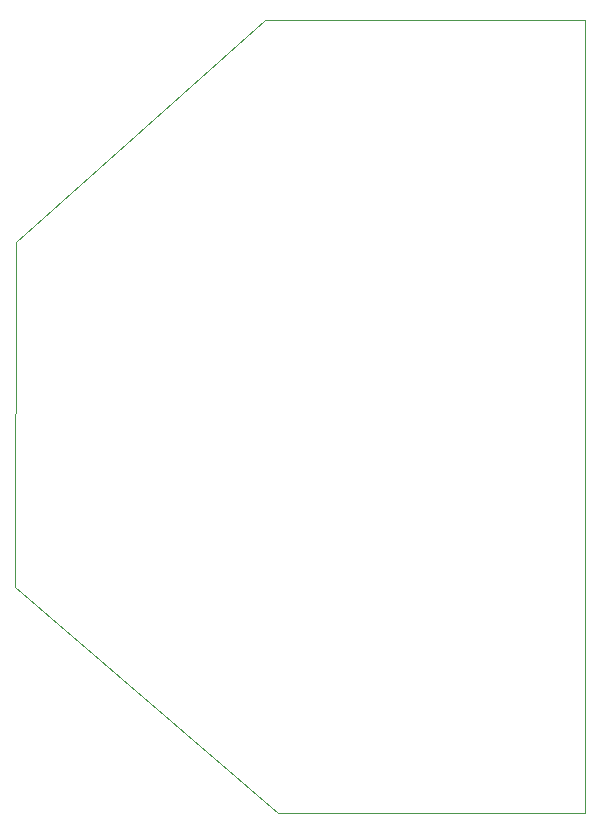
<source format=gbr>
%TF.GenerationSoftware,KiCad,Pcbnew,(5.1.10)-1*%
%TF.CreationDate,2021-07-07T12:53:47+10:00*%
%TF.ProjectId,Converter,436f6e76-6572-4746-9572-2e6b69636164,rev?*%
%TF.SameCoordinates,Original*%
%TF.FileFunction,Profile,NP*%
%FSLAX46Y46*%
G04 Gerber Fmt 4.6, Leading zero omitted, Abs format (unit mm)*
G04 Created by KiCad (PCBNEW (5.1.10)-1) date 2021-07-07 12:53:47*
%MOMM*%
%LPD*%
G01*
G04 APERTURE LIST*
%TA.AperFunction,Profile*%
%ADD10C,0.050000*%
%TD*%
G04 APERTURE END LIST*
D10*
X156970000Y-63920000D02*
X129890000Y-63900000D01*
X131000000Y-131000000D02*
X156970000Y-131020000D01*
X108800000Y-82700000D02*
X129900000Y-63900000D01*
X108700000Y-111900000D02*
X131000000Y-131000000D01*
X108800000Y-82700000D02*
X108700000Y-111900000D01*
X156970000Y-63920000D02*
X156970000Y-131020000D01*
M02*

</source>
